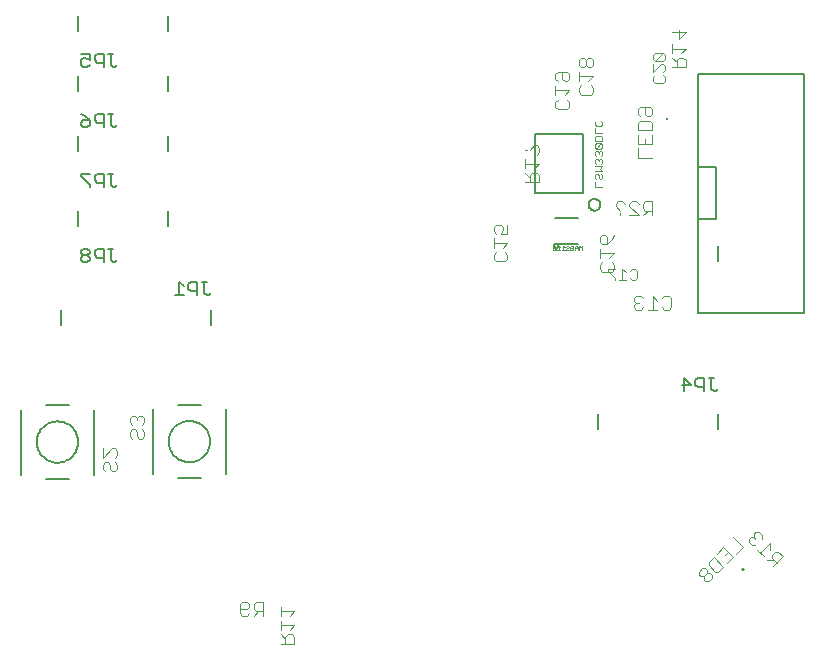
<source format=gbl>
G75*
G70*
%OFA0B0*%
%FSLAX24Y24*%
%IPPOS*%
%LPD*%
%AMOC8*
5,1,8,0,0,1.08239X$1,22.5*
%
%ADD10C,0.0050*%
%ADD11C,0.0010*%
%ADD12C,0.0040*%
%ADD13C,0.0030*%
%ADD14C,0.0020*%
%ADD15C,0.0080*%
%ADD16R,0.0079X0.0079*%
%ADD17R,0.0079X0.0079*%
D10*
X006871Y014628D02*
X007172Y014628D01*
X007022Y014628D02*
X007022Y015079D01*
X007172Y014929D01*
X007332Y015004D02*
X007332Y014854D01*
X007407Y014778D01*
X007632Y014778D01*
X007632Y014628D02*
X007632Y015079D01*
X007407Y015079D01*
X007332Y015004D01*
X007792Y015079D02*
X007942Y015079D01*
X007867Y015079D02*
X007867Y014703D01*
X007942Y014628D01*
X008017Y014628D01*
X008093Y014703D01*
X004964Y015813D02*
X004889Y015738D01*
X004814Y015738D01*
X004738Y015813D01*
X004738Y016189D01*
X004663Y016189D02*
X004814Y016189D01*
X004503Y016189D02*
X004503Y015738D01*
X004503Y015888D02*
X004278Y015888D01*
X004203Y015964D01*
X004203Y016114D01*
X004278Y016189D01*
X004503Y016189D01*
X004043Y016114D02*
X004043Y016039D01*
X003968Y015964D01*
X003818Y015964D01*
X003743Y015888D01*
X003743Y015813D01*
X003818Y015738D01*
X003968Y015738D01*
X004043Y015813D01*
X004043Y015888D01*
X003968Y015964D01*
X003818Y015964D02*
X003743Y016039D01*
X003743Y016114D01*
X003818Y016189D01*
X003968Y016189D01*
X004043Y016114D01*
X004043Y018238D02*
X004043Y018313D01*
X003743Y018614D01*
X003743Y018689D01*
X004043Y018689D01*
X004203Y018614D02*
X004203Y018464D01*
X004278Y018388D01*
X004503Y018388D01*
X004503Y018238D02*
X004503Y018689D01*
X004278Y018689D01*
X004203Y018614D01*
X004663Y018689D02*
X004814Y018689D01*
X004738Y018689D02*
X004738Y018313D01*
X004814Y018238D01*
X004889Y018238D01*
X004964Y018313D01*
X004889Y020238D02*
X004814Y020238D01*
X004738Y020313D01*
X004738Y020689D01*
X004663Y020689D02*
X004814Y020689D01*
X004503Y020689D02*
X004278Y020689D01*
X004203Y020614D01*
X004203Y020464D01*
X004278Y020388D01*
X004503Y020388D01*
X004503Y020238D02*
X004503Y020689D01*
X004889Y020238D02*
X004964Y020313D01*
X004043Y020313D02*
X003968Y020238D01*
X003818Y020238D01*
X003743Y020313D01*
X003743Y020388D01*
X003818Y020464D01*
X004043Y020464D01*
X004043Y020313D01*
X004043Y020464D02*
X003893Y020614D01*
X003743Y020689D01*
X003818Y022238D02*
X003968Y022238D01*
X004043Y022313D01*
X004043Y022464D02*
X003893Y022539D01*
X003818Y022539D01*
X003743Y022464D01*
X003743Y022313D01*
X003818Y022238D01*
X004043Y022464D02*
X004043Y022689D01*
X003743Y022689D01*
X004203Y022614D02*
X004203Y022464D01*
X004278Y022388D01*
X004503Y022388D01*
X004503Y022238D02*
X004503Y022689D01*
X004278Y022689D01*
X004203Y022614D01*
X004663Y022689D02*
X004814Y022689D01*
X004738Y022689D02*
X004738Y022313D01*
X004814Y022238D01*
X004889Y022238D01*
X004964Y022313D01*
X018900Y020018D02*
X018900Y018049D01*
X020475Y018049D01*
X020475Y020018D01*
X018900Y020018D01*
X020672Y017655D02*
X020674Y017682D01*
X020680Y017709D01*
X020689Y017735D01*
X020702Y017759D01*
X020718Y017782D01*
X020737Y017801D01*
X020759Y017818D01*
X020783Y017832D01*
X020808Y017842D01*
X020835Y017849D01*
X020862Y017852D01*
X020890Y017851D01*
X020917Y017846D01*
X020943Y017838D01*
X020967Y017826D01*
X020990Y017810D01*
X021011Y017792D01*
X021028Y017771D01*
X021043Y017747D01*
X021054Y017722D01*
X021062Y017696D01*
X021066Y017669D01*
X021066Y017641D01*
X021062Y017614D01*
X021054Y017588D01*
X021043Y017563D01*
X021028Y017539D01*
X021011Y017518D01*
X020990Y017500D01*
X020968Y017484D01*
X020943Y017472D01*
X020917Y017464D01*
X020890Y017459D01*
X020862Y017458D01*
X020835Y017461D01*
X020808Y017468D01*
X020783Y017478D01*
X020759Y017492D01*
X020737Y017509D01*
X020718Y017528D01*
X020702Y017551D01*
X020689Y017575D01*
X020680Y017601D01*
X020674Y017628D01*
X020672Y017655D01*
X020331Y017216D02*
X019544Y017216D01*
X019544Y016350D02*
X020331Y016350D01*
X019642Y016330D02*
X019649Y016316D01*
X019653Y016301D01*
X019654Y016285D01*
X019651Y016269D01*
X019644Y016255D01*
X019635Y016242D01*
X019622Y016232D01*
X019608Y016225D01*
X019593Y016221D01*
X019577Y016220D01*
X019561Y016223D01*
X019547Y016230D01*
X019534Y016239D01*
X019524Y016252D01*
X019517Y016266D01*
X019513Y016281D01*
X019512Y016297D01*
X019515Y016313D01*
X019522Y016327D01*
X019531Y016340D01*
X019544Y016350D01*
X023847Y011879D02*
X024072Y011654D01*
X023771Y011654D01*
X023847Y011879D02*
X023847Y011428D01*
X024232Y011654D02*
X024307Y011578D01*
X024532Y011578D01*
X024532Y011428D02*
X024532Y011879D01*
X024307Y011879D01*
X024232Y011804D01*
X024232Y011654D01*
X024692Y011879D02*
X024842Y011879D01*
X024767Y011879D02*
X024767Y011503D01*
X024842Y011428D01*
X024917Y011428D01*
X024993Y011503D01*
D11*
X020464Y016128D02*
X020464Y016278D01*
X020414Y016228D01*
X020364Y016278D01*
X020364Y016128D01*
X020316Y016128D02*
X020316Y016228D01*
X020266Y016278D01*
X020216Y016228D01*
X020216Y016128D01*
X020169Y016153D02*
X020144Y016128D01*
X020094Y016128D01*
X020069Y016153D01*
X020069Y016203D01*
X020119Y016203D01*
X020169Y016253D02*
X020169Y016153D01*
X020216Y016203D02*
X020316Y016203D01*
X020169Y016253D02*
X020144Y016278D01*
X020094Y016278D01*
X020069Y016253D01*
X020022Y016253D02*
X019997Y016278D01*
X019947Y016278D01*
X019922Y016253D01*
X019922Y016228D01*
X019947Y016203D01*
X019922Y016178D01*
X019922Y016153D01*
X019947Y016128D01*
X019997Y016128D01*
X020022Y016153D01*
X019972Y016203D02*
X019947Y016203D01*
X019874Y016228D02*
X019824Y016278D01*
X019824Y016128D01*
X019874Y016128D02*
X019774Y016128D01*
X019727Y016128D02*
X019627Y016128D01*
X019677Y016128D02*
X019677Y016278D01*
X019727Y016228D01*
X019580Y016253D02*
X019580Y016153D01*
X019480Y016253D01*
X019480Y016153D01*
X019505Y016128D01*
X019555Y016128D01*
X019580Y016153D01*
X019580Y016253D02*
X019555Y016278D01*
X019505Y016278D01*
X019480Y016253D01*
D12*
X009050Y004337D02*
X009050Y004030D01*
X009127Y003953D01*
X009280Y003953D01*
X009357Y004030D01*
X009280Y004184D02*
X009050Y004184D01*
X009050Y004337D02*
X009127Y004414D01*
X009280Y004414D01*
X009357Y004337D01*
X009357Y004260D01*
X009280Y004184D01*
X009511Y004184D02*
X009587Y004107D01*
X009818Y004107D01*
X009818Y003953D02*
X009818Y004414D01*
X009587Y004414D01*
X009511Y004337D01*
X009511Y004184D01*
X009664Y004107D02*
X009511Y003953D01*
X010408Y003943D02*
X010408Y004250D01*
X010408Y004096D02*
X010868Y004096D01*
X010714Y003943D01*
X010408Y003789D02*
X010408Y003483D01*
X010408Y003636D02*
X010868Y003636D01*
X010714Y003483D01*
X010638Y003329D02*
X010561Y003252D01*
X010561Y003022D01*
X010408Y003022D02*
X010868Y003022D01*
X010868Y003252D01*
X010791Y003329D01*
X010638Y003329D01*
X010561Y003176D02*
X010408Y003329D01*
X004949Y008838D02*
X004872Y008761D01*
X004795Y008761D01*
X004718Y008838D01*
X004718Y008992D01*
X004642Y009068D01*
X004565Y009068D01*
X004488Y008992D01*
X004488Y008838D01*
X004565Y008761D01*
X004949Y008838D02*
X004949Y008992D01*
X004872Y009068D01*
X004872Y009222D02*
X004949Y009299D01*
X004949Y009452D01*
X004872Y009529D01*
X004795Y009529D01*
X004488Y009222D01*
X004488Y009529D01*
X005387Y009935D02*
X005464Y009858D01*
X005387Y009935D02*
X005387Y010088D01*
X005464Y010165D01*
X005541Y010165D01*
X005618Y010088D01*
X005618Y009935D01*
X005694Y009858D01*
X005771Y009858D01*
X005848Y009935D01*
X005848Y010088D01*
X005771Y010165D01*
X005771Y010319D02*
X005848Y010395D01*
X005848Y010549D01*
X005771Y010626D01*
X005694Y010626D01*
X005618Y010549D01*
X005541Y010626D01*
X005464Y010626D01*
X005387Y010549D01*
X005387Y010395D01*
X005464Y010319D01*
X005618Y010472D02*
X005618Y010549D01*
X017507Y015841D02*
X017507Y015994D01*
X017584Y016071D01*
X017507Y016224D02*
X017507Y016531D01*
X017507Y016378D02*
X017968Y016378D01*
X017814Y016224D01*
X017891Y016071D02*
X017968Y015994D01*
X017968Y015841D01*
X017891Y015764D01*
X017584Y015764D01*
X017507Y015841D01*
X017584Y016685D02*
X017507Y016761D01*
X017507Y016915D01*
X017584Y016992D01*
X017738Y016992D01*
X017814Y016915D01*
X017814Y016838D01*
X017738Y016685D01*
X017968Y016685D01*
X017968Y016992D01*
X018558Y018403D02*
X019018Y018403D01*
X019018Y018634D01*
X018941Y018710D01*
X018788Y018710D01*
X018711Y018634D01*
X018711Y018403D01*
X018711Y018557D02*
X018558Y018710D01*
X018558Y018864D02*
X018558Y019171D01*
X018558Y019017D02*
X019018Y019017D01*
X018864Y018864D01*
X018941Y019324D02*
X019018Y019401D01*
X019018Y019554D01*
X018941Y019631D01*
X018864Y019631D01*
X018711Y019478D01*
X018634Y019478D02*
X018558Y019478D01*
X019645Y020850D02*
X019568Y020927D01*
X019568Y021080D01*
X019645Y021157D01*
X019568Y021311D02*
X019568Y021617D01*
X019568Y021464D02*
X020029Y021464D01*
X019875Y021311D01*
X019952Y021157D02*
X020029Y021080D01*
X020029Y020927D01*
X019952Y020850D01*
X019645Y020850D01*
X020358Y021399D02*
X020358Y021552D01*
X020434Y021629D01*
X020358Y021783D02*
X020358Y022089D01*
X020358Y021936D02*
X020818Y021936D01*
X020664Y021783D01*
X020741Y021629D02*
X020818Y021552D01*
X020818Y021399D01*
X020741Y021322D01*
X020434Y021322D01*
X020358Y021399D01*
X019952Y021771D02*
X019875Y021771D01*
X019799Y021848D01*
X019799Y022078D01*
X019952Y022078D02*
X020029Y022001D01*
X020029Y021848D01*
X019952Y021771D01*
X019952Y022078D02*
X019645Y022078D01*
X019568Y022001D01*
X019568Y021848D01*
X019645Y021771D01*
X020358Y022320D02*
X020434Y022243D01*
X020511Y022243D01*
X020588Y022320D01*
X020588Y022473D01*
X020511Y022550D01*
X020434Y022550D01*
X020358Y022473D01*
X020358Y022320D01*
X020588Y022320D02*
X020664Y022243D01*
X020741Y022243D01*
X020818Y022320D01*
X020818Y022473D01*
X020741Y022550D01*
X020664Y022550D01*
X020588Y022473D01*
X022319Y020836D02*
X022396Y020912D01*
X022703Y020912D01*
X022779Y020836D01*
X022779Y020682D01*
X022703Y020605D01*
X022626Y020605D01*
X022549Y020682D01*
X022549Y020912D01*
X022319Y020836D02*
X022319Y020682D01*
X022396Y020605D01*
X022396Y020452D02*
X022319Y020375D01*
X022319Y020145D01*
X022779Y020145D01*
X022779Y020375D01*
X022703Y020452D01*
X022396Y020452D01*
X022319Y019992D02*
X022319Y019685D01*
X022779Y019685D01*
X022779Y019992D01*
X022549Y019838D02*
X022549Y019685D01*
X022319Y019531D02*
X022319Y019224D01*
X022779Y019224D01*
X022799Y017764D02*
X022568Y017764D01*
X022492Y017687D01*
X022492Y017534D01*
X022568Y017457D01*
X022799Y017457D01*
X022799Y017303D02*
X022799Y017764D01*
X022338Y017687D02*
X022262Y017764D01*
X022108Y017764D01*
X022031Y017687D01*
X022031Y017610D01*
X022338Y017303D01*
X022031Y017303D01*
X021724Y017303D02*
X021724Y017380D01*
X021724Y017457D02*
X021571Y017610D01*
X021571Y017687D01*
X021648Y017764D01*
X021801Y017764D01*
X021878Y017687D01*
X022492Y017303D02*
X022645Y017457D01*
X021518Y016650D02*
X021441Y016496D01*
X021288Y016343D01*
X021288Y016573D01*
X021211Y016650D01*
X021134Y016650D01*
X021058Y016573D01*
X021058Y016420D01*
X021134Y016343D01*
X021288Y016343D01*
X021058Y016189D02*
X021058Y015883D01*
X021058Y016036D02*
X021518Y016036D01*
X021364Y015883D01*
X021441Y015729D02*
X021518Y015652D01*
X021518Y015499D01*
X021441Y015422D01*
X021134Y015422D01*
X021058Y015499D01*
X021058Y015652D01*
X021134Y015729D01*
X022267Y014614D02*
X022190Y014537D01*
X022190Y014460D01*
X022267Y014384D01*
X022190Y014307D01*
X022190Y014230D01*
X022267Y014153D01*
X022420Y014153D01*
X022497Y014230D01*
X022650Y014153D02*
X022957Y014153D01*
X022804Y014153D02*
X022804Y014614D01*
X022957Y014460D01*
X023111Y014537D02*
X023187Y014614D01*
X023341Y014614D01*
X023418Y014537D01*
X023418Y014230D01*
X023341Y014153D01*
X023187Y014153D01*
X023111Y014230D01*
X022497Y014537D02*
X022420Y014614D01*
X022267Y014614D01*
X022267Y014384D02*
X022343Y014384D01*
X026233Y006744D02*
X026179Y006690D01*
X026179Y006581D01*
X026071Y006581D01*
X026016Y006527D01*
X026016Y006419D01*
X026125Y006310D01*
X026233Y006310D01*
X026288Y006147D02*
X026505Y005930D01*
X026613Y005822D02*
X026830Y005822D01*
X026776Y005876D02*
X026939Y005713D01*
X026830Y005605D02*
X027156Y005930D01*
X026993Y006093D01*
X026885Y006093D01*
X026776Y005984D01*
X026776Y005876D01*
X026722Y006147D02*
X026722Y006364D01*
X026396Y006039D01*
X026450Y006527D02*
X026450Y006636D01*
X026342Y006744D01*
X026233Y006744D01*
X026179Y006581D02*
X026233Y006527D01*
X025815Y006238D02*
X025598Y006021D01*
X025490Y005912D02*
X025273Y005695D01*
X025164Y005587D02*
X025001Y005424D01*
X024893Y005424D01*
X024676Y005641D01*
X024676Y005750D01*
X024839Y005912D01*
X025164Y005587D01*
X025218Y005967D02*
X025327Y006075D01*
X025164Y006238D02*
X025490Y005912D01*
X025815Y006238D02*
X025490Y006563D01*
X025164Y006238D02*
X024947Y006021D01*
X024567Y005533D02*
X024622Y005478D01*
X024622Y005370D01*
X024513Y005261D01*
X024513Y005153D01*
X024567Y005099D01*
X024676Y005099D01*
X024784Y005207D01*
X024784Y005316D01*
X024730Y005370D01*
X024622Y005370D01*
X024513Y005261D02*
X024405Y005261D01*
X024350Y005316D01*
X024350Y005424D01*
X024459Y005533D01*
X024567Y005533D01*
X023913Y022246D02*
X023452Y022246D01*
X023606Y022246D02*
X023606Y022476D01*
X023682Y022553D01*
X023836Y022553D01*
X023913Y022476D01*
X023913Y022246D01*
X023606Y022399D02*
X023452Y022553D01*
X023452Y022706D02*
X023452Y023013D01*
X023452Y022860D02*
X023913Y022860D01*
X023759Y022706D01*
X023682Y023167D02*
X023682Y023474D01*
X023452Y023397D02*
X023913Y023397D01*
X023682Y023167D01*
D13*
X023207Y022640D02*
X023145Y022702D01*
X022898Y022455D01*
X022836Y022517D01*
X022836Y022640D01*
X022898Y022702D01*
X023145Y022702D01*
X023207Y022640D02*
X023207Y022517D01*
X023145Y022455D01*
X022898Y022455D01*
X022836Y022334D02*
X022836Y022087D01*
X023083Y022334D01*
X023145Y022334D01*
X023207Y022272D01*
X023207Y022148D01*
X023145Y022087D01*
X023145Y021965D02*
X023207Y021904D01*
X023207Y021780D01*
X023145Y021718D01*
X022898Y021718D01*
X022836Y021780D01*
X022836Y021904D01*
X022898Y021965D01*
X022227Y015520D02*
X022288Y015458D01*
X022288Y015211D01*
X022227Y015149D01*
X022103Y015149D01*
X022042Y015211D01*
X021920Y015149D02*
X021673Y015149D01*
X021552Y015149D02*
X021552Y015211D01*
X021305Y015458D01*
X021305Y015520D01*
X021552Y015520D01*
X021797Y015520D02*
X021920Y015396D01*
X022042Y015458D02*
X022103Y015520D01*
X022227Y015520D01*
X021797Y015520D02*
X021797Y015149D01*
D14*
X021134Y018256D02*
X020879Y018256D01*
X020879Y018426D01*
X020921Y018510D02*
X020879Y018552D01*
X020879Y018638D01*
X020921Y018680D01*
X020964Y018680D01*
X021007Y018638D01*
X021007Y018552D01*
X021049Y018510D01*
X021092Y018510D01*
X021134Y018552D01*
X021134Y018638D01*
X021092Y018680D01*
X021134Y018763D02*
X021049Y018849D01*
X021134Y018934D01*
X020879Y018934D01*
X020921Y019017D02*
X020879Y019060D01*
X020879Y019145D01*
X020921Y019188D01*
X020964Y019188D01*
X021007Y019145D01*
X021007Y019102D01*
X021007Y019145D02*
X021049Y019188D01*
X021092Y019188D01*
X021134Y019145D01*
X021134Y019060D01*
X021092Y019017D01*
X021092Y019271D02*
X021134Y019314D01*
X021134Y019399D01*
X021092Y019442D01*
X021049Y019442D01*
X021007Y019399D01*
X020964Y019442D01*
X020921Y019442D01*
X020879Y019399D01*
X020879Y019314D01*
X020921Y019271D01*
X021007Y019356D02*
X021007Y019399D01*
X021092Y019525D02*
X021134Y019567D01*
X021134Y019653D01*
X021092Y019695D01*
X020921Y019525D01*
X020879Y019567D01*
X020879Y019653D01*
X020921Y019695D01*
X021092Y019695D01*
X021134Y019778D02*
X021134Y019906D01*
X021092Y019949D01*
X020921Y019949D01*
X020879Y019906D01*
X020879Y019778D01*
X021134Y019778D01*
X021134Y020032D02*
X020879Y020032D01*
X020879Y020203D01*
X020921Y020286D02*
X020879Y020329D01*
X020879Y020414D01*
X020921Y020457D01*
X021092Y020457D02*
X021134Y020414D01*
X021134Y020329D01*
X021092Y020286D01*
X020921Y020286D01*
X020921Y019525D02*
X021092Y019525D01*
X021134Y018763D02*
X020879Y018763D01*
D15*
X024316Y018899D02*
X024316Y017167D01*
X024906Y017167D01*
X024906Y018899D01*
X024316Y018899D01*
X024316Y022010D01*
X027859Y022010D01*
X027859Y014057D01*
X027820Y014057D02*
X024316Y014057D01*
X024316Y017167D01*
X024995Y016283D02*
X024995Y015783D01*
X024988Y010683D02*
X024988Y010183D01*
X020988Y010183D02*
X020988Y010683D01*
X008588Y010842D02*
X008588Y008676D01*
X007761Y008539D02*
X006974Y008539D01*
X006147Y008676D02*
X006147Y010842D01*
X006974Y010980D02*
X007761Y010980D01*
X006678Y009759D02*
X006680Y009811D01*
X006686Y009863D01*
X006696Y009914D01*
X006709Y009964D01*
X006727Y010014D01*
X006748Y010061D01*
X006772Y010107D01*
X006801Y010151D01*
X006832Y010193D01*
X006866Y010232D01*
X006903Y010269D01*
X006943Y010302D01*
X006986Y010333D01*
X007030Y010360D01*
X007076Y010384D01*
X007125Y010404D01*
X007174Y010420D01*
X007225Y010433D01*
X007276Y010442D01*
X007328Y010447D01*
X007380Y010448D01*
X007432Y010445D01*
X007484Y010438D01*
X007535Y010427D01*
X007585Y010413D01*
X007634Y010394D01*
X007681Y010372D01*
X007726Y010347D01*
X007770Y010318D01*
X007811Y010286D01*
X007850Y010251D01*
X007885Y010213D01*
X007918Y010172D01*
X007948Y010130D01*
X007974Y010085D01*
X007997Y010038D01*
X008016Y009989D01*
X008032Y009939D01*
X008044Y009889D01*
X008052Y009837D01*
X008056Y009785D01*
X008056Y009733D01*
X008052Y009681D01*
X008044Y009629D01*
X008032Y009579D01*
X008016Y009529D01*
X007997Y009480D01*
X007974Y009433D01*
X007948Y009388D01*
X007918Y009346D01*
X007885Y009305D01*
X007850Y009267D01*
X007811Y009232D01*
X007770Y009200D01*
X007726Y009171D01*
X007681Y009146D01*
X007634Y009124D01*
X007585Y009105D01*
X007535Y009091D01*
X007484Y009080D01*
X007432Y009073D01*
X007380Y009070D01*
X007328Y009071D01*
X007276Y009076D01*
X007225Y009085D01*
X007174Y009098D01*
X007125Y009114D01*
X007076Y009134D01*
X007030Y009158D01*
X006986Y009185D01*
X006943Y009216D01*
X006903Y009249D01*
X006866Y009286D01*
X006832Y009325D01*
X006801Y009367D01*
X006772Y009411D01*
X006748Y009457D01*
X006727Y009504D01*
X006709Y009554D01*
X006696Y009604D01*
X006686Y009655D01*
X006680Y009707D01*
X006678Y009759D01*
X004189Y010824D02*
X004189Y008659D01*
X003362Y008521D02*
X002574Y008521D01*
X001748Y008659D02*
X001748Y010824D01*
X002574Y010962D02*
X003362Y010962D01*
X002279Y009741D02*
X002281Y009793D01*
X002287Y009845D01*
X002297Y009896D01*
X002310Y009946D01*
X002328Y009996D01*
X002349Y010043D01*
X002373Y010089D01*
X002402Y010133D01*
X002433Y010175D01*
X002467Y010214D01*
X002504Y010251D01*
X002544Y010284D01*
X002587Y010315D01*
X002631Y010342D01*
X002677Y010366D01*
X002726Y010386D01*
X002775Y010402D01*
X002826Y010415D01*
X002877Y010424D01*
X002929Y010429D01*
X002981Y010430D01*
X003033Y010427D01*
X003085Y010420D01*
X003136Y010409D01*
X003186Y010395D01*
X003235Y010376D01*
X003282Y010354D01*
X003327Y010329D01*
X003371Y010300D01*
X003412Y010268D01*
X003451Y010233D01*
X003486Y010195D01*
X003519Y010154D01*
X003549Y010112D01*
X003575Y010067D01*
X003598Y010020D01*
X003617Y009971D01*
X003633Y009921D01*
X003645Y009871D01*
X003653Y009819D01*
X003657Y009767D01*
X003657Y009715D01*
X003653Y009663D01*
X003645Y009611D01*
X003633Y009561D01*
X003617Y009511D01*
X003598Y009462D01*
X003575Y009415D01*
X003549Y009370D01*
X003519Y009328D01*
X003486Y009287D01*
X003451Y009249D01*
X003412Y009214D01*
X003371Y009182D01*
X003327Y009153D01*
X003282Y009128D01*
X003235Y009106D01*
X003186Y009087D01*
X003136Y009073D01*
X003085Y009062D01*
X003033Y009055D01*
X002981Y009052D01*
X002929Y009053D01*
X002877Y009058D01*
X002826Y009067D01*
X002775Y009080D01*
X002726Y009096D01*
X002677Y009116D01*
X002631Y009140D01*
X002587Y009167D01*
X002544Y009198D01*
X002504Y009231D01*
X002467Y009268D01*
X002433Y009307D01*
X002402Y009349D01*
X002373Y009393D01*
X002349Y009439D01*
X002328Y009486D01*
X002310Y009536D01*
X002297Y009586D01*
X002287Y009637D01*
X002281Y009689D01*
X002279Y009741D01*
X003088Y013633D02*
X003088Y014133D01*
X003638Y016933D02*
X003638Y017433D01*
X003638Y019433D02*
X003638Y019933D01*
X003638Y021433D02*
X003638Y021933D01*
X003638Y023433D02*
X003638Y023933D01*
X006638Y023933D02*
X006638Y023433D01*
X006638Y021933D02*
X006638Y021433D01*
X006638Y019933D02*
X006638Y019433D01*
X006638Y017433D02*
X006638Y016933D01*
X008088Y014133D02*
X008088Y013633D01*
D16*
G36*
X025816Y005448D02*
X025761Y005503D01*
X025816Y005558D01*
X025871Y005503D01*
X025816Y005448D01*
G37*
D17*
X023299Y020506D03*
M02*

</source>
